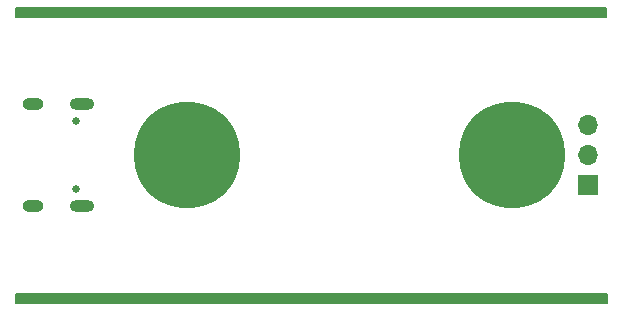
<source format=gbr>
%TF.GenerationSoftware,KiCad,Pcbnew,7.0.6*%
%TF.CreationDate,2024-02-07T16:03:24-05:00*%
%TF.ProjectId,USB_Telegraph,5553425f-5465-46c6-9567-726170682e6b,rev?*%
%TF.SameCoordinates,Original*%
%TF.FileFunction,Soldermask,Bot*%
%TF.FilePolarity,Negative*%
%FSLAX46Y46*%
G04 Gerber Fmt 4.6, Leading zero omitted, Abs format (unit mm)*
G04 Created by KiCad (PCBNEW 7.0.6) date 2024-02-07 16:03:24*
%MOMM*%
%LPD*%
G01*
G04 APERTURE LIST*
%ADD10C,0.150000*%
%ADD11C,9.000000*%
%ADD12R,1.700000X1.700000*%
%ADD13O,1.700000X1.700000*%
%ADD14C,0.650000*%
%ADD15O,2.100000X1.000000*%
%ADD16O,1.800000X1.000000*%
G04 APERTURE END LIST*
D10*
X100025200Y-124231400D02*
X150012400Y-124231400D01*
X150012400Y-124993400D01*
X100025200Y-124993400D01*
X100025200Y-124231400D01*
G36*
X100025200Y-124231400D02*
G01*
X150012400Y-124231400D01*
X150012400Y-124993400D01*
X100025200Y-124993400D01*
X100025200Y-124231400D01*
G37*
X99974400Y-100050600D02*
X149961600Y-100050600D01*
X149961600Y-100812600D01*
X99974400Y-100812600D01*
X99974400Y-100050600D01*
G36*
X99974400Y-100050600D02*
G01*
X149961600Y-100050600D01*
X149961600Y-100812600D01*
X99974400Y-100812600D01*
X99974400Y-100050600D01*
G37*
D11*
%TO.C,J4*%
X114500000Y-112500000D03*
%TD*%
D12*
%TO.C,J5*%
X148442255Y-115032501D03*
D13*
X148442255Y-112492501D03*
X148442255Y-109952501D03*
%TD*%
D14*
%TO.C,J1*%
X105105000Y-109610000D03*
X105105000Y-115390000D03*
D15*
X105625000Y-108180000D03*
D16*
X101425000Y-108180000D03*
D15*
X105625000Y-116820000D03*
D16*
X101425000Y-116820000D03*
%TD*%
D11*
%TO.C,J3*%
X142000000Y-112500000D03*
%TD*%
M02*

</source>
